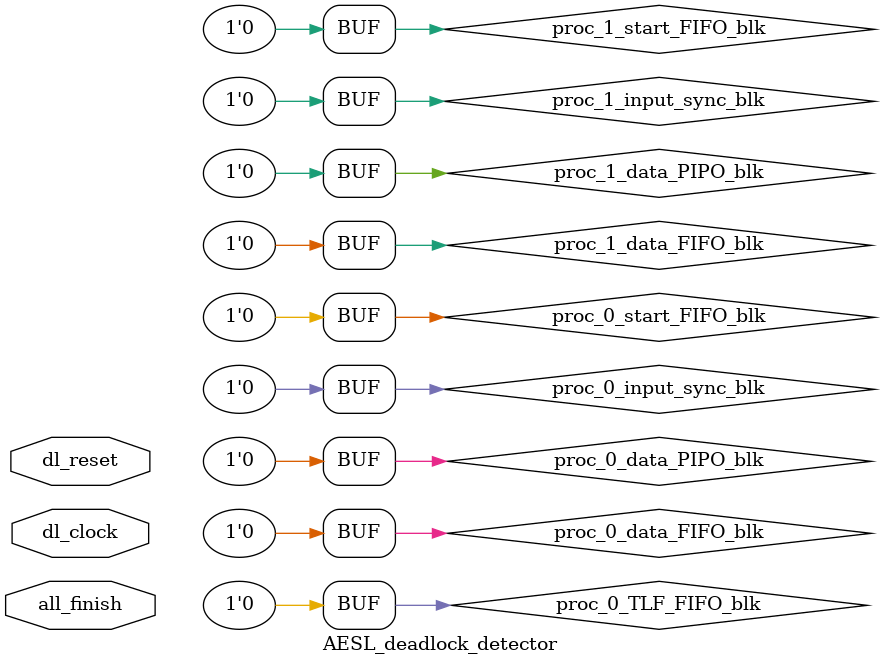
<source format=v>
`timescale 1 ns / 1 ps

module AESL_deadlock_detector (
    input dl_reset,
    input all_finish,
    input dl_clock);

    wire [0:0] proc_0_data_FIFO_blk;
    wire [0:0] proc_0_data_PIPO_blk;
    wire [0:0] proc_0_start_FIFO_blk;
    wire [0:0] proc_0_TLF_FIFO_blk;
    wire [0:0] proc_0_input_sync_blk;
    wire [0:0] proc_0_output_sync_blk;
    wire [0:0] proc_dep_vld_vec_0;
    reg [0:0] proc_dep_vld_vec_0_reg;
    wire [0:0] in_chan_dep_vld_vec_0;
    wire [1:0] in_chan_dep_data_vec_0;
    wire [0:0] token_in_vec_0;
    wire [0:0] out_chan_dep_vld_vec_0;
    wire [1:0] out_chan_dep_data_0;
    wire [0:0] token_out_vec_0;
    wire dl_detect_out_0;
    wire dep_chan_vld_1_0;
    wire [1:0] dep_chan_data_1_0;
    wire token_1_0;
    wire [0:0] proc_1_data_FIFO_blk;
    wire [0:0] proc_1_data_PIPO_blk;
    wire [0:0] proc_1_start_FIFO_blk;
    wire [0:0] proc_1_TLF_FIFO_blk;
    wire [0:0] proc_1_input_sync_blk;
    wire [0:0] proc_1_output_sync_blk;
    wire [0:0] proc_dep_vld_vec_1;
    reg [0:0] proc_dep_vld_vec_1_reg;
    wire [0:0] in_chan_dep_vld_vec_1;
    wire [1:0] in_chan_dep_data_vec_1;
    wire [0:0] token_in_vec_1;
    wire [0:0] out_chan_dep_vld_vec_1;
    wire [1:0] out_chan_dep_data_1;
    wire [0:0] token_out_vec_1;
    wire dl_detect_out_1;
    wire dep_chan_vld_0_1;
    wire [1:0] dep_chan_data_0_1;
    wire token_0_1;
    wire [1:0] dl_in_vec;
    wire dl_detect_out;
    wire token_clear;
    wire [1:0] origin;

    reg ap_done_reg_0;// for module AESL_inst_qaoa_kernel.Block_entry_proc_proc_U0
    always @ (negedge dl_reset or posedge dl_clock) begin
        if (~dl_reset) begin
            ap_done_reg_0 <= 'b0;
        end
        else begin
            ap_done_reg_0 <= AESL_inst_qaoa_kernel.Block_entry_proc_proc_U0.ap_done & ~AESL_inst_qaoa_kernel.Block_entry_proc_proc_U0.ap_continue;
        end
    end

    reg ap_done_reg_1;// for module AESL_inst_qaoa_kernel.Block_entry_state_re_wr_d_rd_proc_U0
    always @ (negedge dl_reset or posedge dl_clock) begin
        if (~dl_reset) begin
            ap_done_reg_1 <= 'b0;
        end
        else begin
            ap_done_reg_1 <= AESL_inst_qaoa_kernel.Block_entry_state_re_wr_d_rd_proc_U0.ap_done & ~AESL_inst_qaoa_kernel.Block_entry_state_re_wr_d_rd_proc_U0.ap_continue;
        end
    end

    // Process: AESL_inst_qaoa_kernel.Block_entry_state_re_wr_d_rd_proc_U0
    AESL_deadlock_detect_unit #(2, 0, 1, 1) AESL_deadlock_detect_unit_0 (
        .reset(dl_reset),
        .clock(dl_clock),
        .proc_dep_vld_vec(proc_dep_vld_vec_0),
        .in_chan_dep_vld_vec(in_chan_dep_vld_vec_0),
        .in_chan_dep_data_vec(in_chan_dep_data_vec_0),
        .token_in_vec(token_in_vec_0),
        .dl_detect_in(dl_detect_out),
        .origin(origin[0]),
        .token_clear(token_clear),
        .out_chan_dep_vld_vec(out_chan_dep_vld_vec_0),
        .out_chan_dep_data(out_chan_dep_data_0),
        .token_out_vec(token_out_vec_0),
        .dl_detect_out(dl_in_vec[0]));

    assign proc_0_data_FIFO_blk[0] = 1'b0;
    assign proc_0_data_PIPO_blk[0] = 1'b0;
    assign proc_0_start_FIFO_blk[0] = 1'b0;
    assign proc_0_TLF_FIFO_blk[0] = 1'b0;
    assign proc_0_input_sync_blk[0] = 1'b0;
    assign proc_0_output_sync_blk[0] = 1'b0 | (ap_done_reg_1 & AESL_inst_qaoa_kernel.Block_entry_state_re_wr_d_rd_proc_U0.ap_done & ~AESL_inst_qaoa_kernel.Block_entry_proc_proc_U0.ap_done);
    assign proc_dep_vld_vec_0[0] = dl_detect_out ? proc_dep_vld_vec_0_reg[0] : (proc_0_data_FIFO_blk[0] | proc_0_data_PIPO_blk[0] | proc_0_start_FIFO_blk[0] | proc_0_TLF_FIFO_blk[0] | proc_0_input_sync_blk[0] | proc_0_output_sync_blk[0]);
    always @ (negedge dl_reset or posedge dl_clock) begin
        if (~dl_reset) begin
            proc_dep_vld_vec_0_reg <= 'b0;
        end
        else begin
            proc_dep_vld_vec_0_reg <= proc_dep_vld_vec_0;
        end
    end
    assign in_chan_dep_vld_vec_0[0] = dep_chan_vld_1_0;
    assign in_chan_dep_data_vec_0[1 : 0] = dep_chan_data_1_0;
    assign token_in_vec_0[0] = token_1_0;
    assign dep_chan_vld_0_1 = out_chan_dep_vld_vec_0[0];
    assign dep_chan_data_0_1 = out_chan_dep_data_0;
    assign token_0_1 = token_out_vec_0[0];

    // Process: AESL_inst_qaoa_kernel.Block_entry_proc_proc_U0
    AESL_deadlock_detect_unit #(2, 1, 1, 1) AESL_deadlock_detect_unit_1 (
        .reset(dl_reset),
        .clock(dl_clock),
        .proc_dep_vld_vec(proc_dep_vld_vec_1),
        .in_chan_dep_vld_vec(in_chan_dep_vld_vec_1),
        .in_chan_dep_data_vec(in_chan_dep_data_vec_1),
        .token_in_vec(token_in_vec_1),
        .dl_detect_in(dl_detect_out),
        .origin(origin[1]),
        .token_clear(token_clear),
        .out_chan_dep_vld_vec(out_chan_dep_vld_vec_1),
        .out_chan_dep_data(out_chan_dep_data_1),
        .token_out_vec(token_out_vec_1),
        .dl_detect_out(dl_in_vec[1]));

    assign proc_1_data_FIFO_blk[0] = 1'b0;
    assign proc_1_data_PIPO_blk[0] = 1'b0;
    assign proc_1_start_FIFO_blk[0] = 1'b0;
    assign proc_1_TLF_FIFO_blk[0] = 1'b0 | (~AESL_inst_qaoa_kernel.retval_0_loc_channel1_U.if_empty_n & AESL_inst_qaoa_kernel.Block_entry_proc_proc_U0.ap_idle & ~AESL_inst_qaoa_kernel.retval_0_loc_channel1_U.if_write);
    assign proc_1_input_sync_blk[0] = 1'b0;
    assign proc_1_output_sync_blk[0] = 1'b0 | (ap_done_reg_0 & AESL_inst_qaoa_kernel.Block_entry_proc_proc_U0.ap_done & ~AESL_inst_qaoa_kernel.Block_entry_state_re_wr_d_rd_proc_U0.ap_done);
    assign proc_dep_vld_vec_1[0] = dl_detect_out ? proc_dep_vld_vec_1_reg[0] : (proc_1_data_FIFO_blk[0] | proc_1_data_PIPO_blk[0] | proc_1_start_FIFO_blk[0] | proc_1_TLF_FIFO_blk[0] | proc_1_input_sync_blk[0] | proc_1_output_sync_blk[0]);
    always @ (negedge dl_reset or posedge dl_clock) begin
        if (~dl_reset) begin
            proc_dep_vld_vec_1_reg <= 'b0;
        end
        else begin
            proc_dep_vld_vec_1_reg <= proc_dep_vld_vec_1;
        end
    end
    assign in_chan_dep_vld_vec_1[0] = dep_chan_vld_0_1;
    assign in_chan_dep_data_vec_1[1 : 0] = dep_chan_data_0_1;
    assign token_in_vec_1[0] = token_0_1;
    assign dep_chan_vld_1_0 = out_chan_dep_vld_vec_1[0];
    assign dep_chan_data_1_0 = out_chan_dep_data_1;
    assign token_1_0 = token_out_vec_1[0];


    wire [1:0] dl_in_vec_comb = dl_in_vec & ~{1{all_finish}};
    AESL_deadlock_report_unit #(2) AESL_deadlock_report_unit_inst (
        .dl_reset(dl_reset),
        .dl_clock(dl_clock),
        .dl_in_vec(dl_in_vec_comb),
        .ap_done_reg_0(ap_done_reg_0),
        .ap_done_reg_1(ap_done_reg_1),
        .dl_detect_out(dl_detect_out),
        .origin(origin),
        .token_clear(token_clear));

endmodule

</source>
